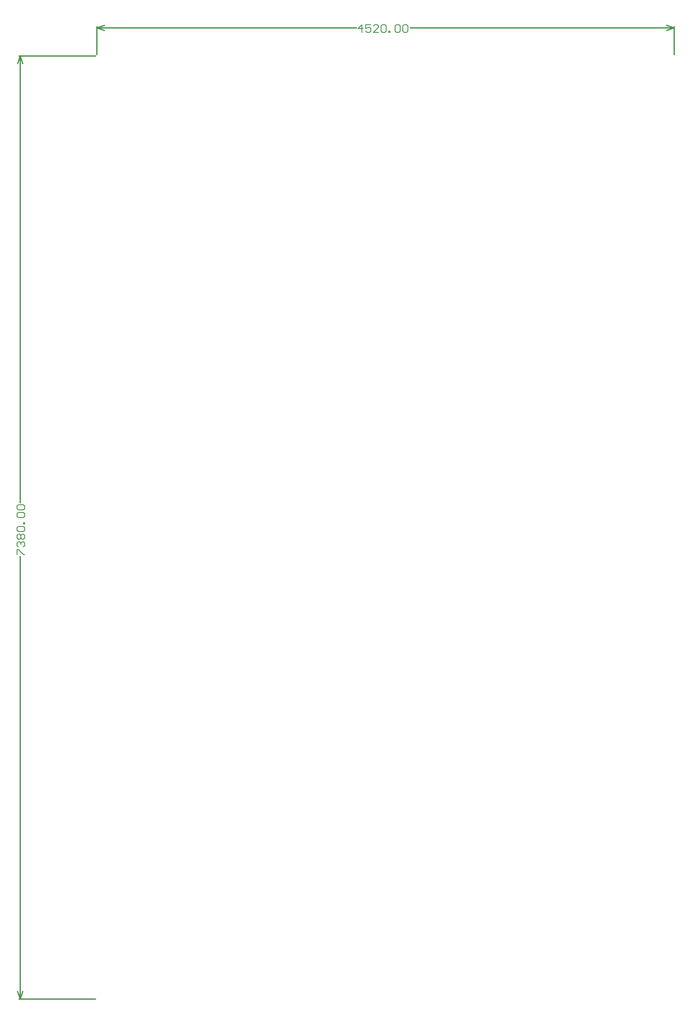
<source format=gm1>
G04*
G04 #@! TF.GenerationSoftware,Altium Limited,Altium Designer,23.3.1 (30)*
G04*
G04 Layer_Color=16711935*
%FSLAX25Y25*%
%MOIN*%
G70*
G04*
G04 #@! TF.SameCoordinates,B9ADD834-6C2E-4723-A052-446894AFEB0A*
G04*
G04*
G04 #@! TF.FilePolarity,Positive*
G04*
G01*
G75*
%ADD13C,0.01000*%
%ADD72C,0.00600*%
D13*
X452000Y739000D02*
Y761000D01*
X0Y739000D02*
Y761000D01*
X245494Y760000D02*
X452000D01*
X0D02*
X203306D01*
X446000Y762000D02*
X452000Y760000D01*
X446000Y758000D02*
X452000Y760000D01*
X0D02*
X6000Y758000D01*
X0Y760000D02*
X6000Y762000D01*
X-61000Y738000D02*
X-1000D01*
X-61000Y0D02*
X-1000D01*
X-60000Y388494D02*
Y738000D01*
Y0D02*
Y346306D01*
X-62000Y732000D02*
X-60000Y738000D01*
X-58000Y732000D01*
X-60000Y0D02*
X-58000Y6000D01*
X-62000D02*
X-60000Y0D01*
D72*
X207905Y756401D02*
Y762399D01*
X204906Y759400D01*
X208905D01*
X214903Y762399D02*
X210904D01*
Y759400D01*
X212904Y760400D01*
X213903D01*
X214903Y759400D01*
Y757401D01*
X213903Y756401D01*
X211904D01*
X210904Y757401D01*
X220901Y756401D02*
X216902D01*
X220901Y760400D01*
Y761399D01*
X219901Y762399D01*
X217902D01*
X216902Y761399D01*
X222901D02*
X223900Y762399D01*
X225900D01*
X226899Y761399D01*
Y757401D01*
X225900Y756401D01*
X223900D01*
X222901Y757401D01*
Y761399D01*
X228899Y756401D02*
Y757401D01*
X229898D01*
Y756401D01*
X228899D01*
X233897Y761399D02*
X234897Y762399D01*
X236896D01*
X237896Y761399D01*
Y757401D01*
X236896Y756401D01*
X234897D01*
X233897Y757401D01*
Y761399D01*
X239895D02*
X240895Y762399D01*
X242894D01*
X243894Y761399D01*
Y757401D01*
X242894Y756401D01*
X240895D01*
X239895Y757401D01*
Y761399D01*
X-62399Y347906D02*
Y351905D01*
X-61399D01*
X-57401Y347906D01*
X-56401D01*
X-61399Y353904D02*
X-62399Y354904D01*
Y356903D01*
X-61399Y357903D01*
X-60400D01*
X-59400Y356903D01*
Y355904D01*
Y356903D01*
X-58400Y357903D01*
X-57401D01*
X-56401Y356903D01*
Y354904D01*
X-57401Y353904D01*
X-61399Y359902D02*
X-62399Y360902D01*
Y362901D01*
X-61399Y363901D01*
X-60400D01*
X-59400Y362901D01*
X-58400Y363901D01*
X-57401D01*
X-56401Y362901D01*
Y360902D01*
X-57401Y359902D01*
X-58400D01*
X-59400Y360902D01*
X-60400Y359902D01*
X-61399D01*
X-59400Y360902D02*
Y362901D01*
X-61399Y365900D02*
X-62399Y366900D01*
Y368899D01*
X-61399Y369899D01*
X-57401D01*
X-56401Y368899D01*
Y366900D01*
X-57401Y365900D01*
X-61399D01*
X-56401Y371899D02*
X-57401D01*
Y372898D01*
X-56401D01*
Y371899D01*
X-61399Y376897D02*
X-62399Y377897D01*
Y379896D01*
X-61399Y380896D01*
X-57401D01*
X-56401Y379896D01*
Y377897D01*
X-57401Y376897D01*
X-61399D01*
Y382895D02*
X-62399Y383895D01*
Y385894D01*
X-61399Y386894D01*
X-57401D01*
X-56401Y385894D01*
Y383895D01*
X-57401Y382895D01*
X-61399D01*
M02*

</source>
